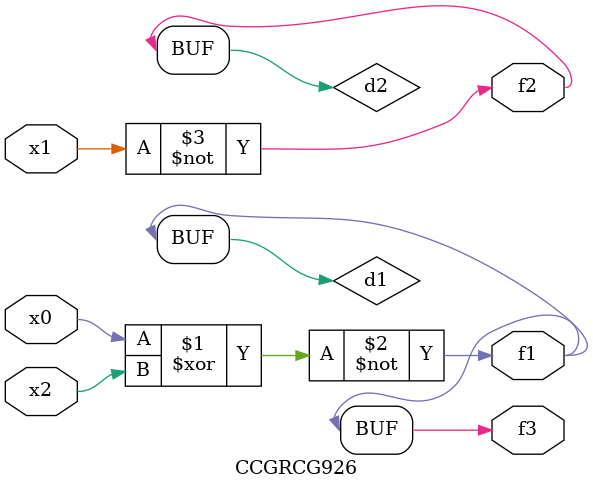
<source format=v>
module CCGRCG926(
	input x0, x1, x2,
	output f1, f2, f3
);

	wire d1, d2, d3;

	xnor (d1, x0, x2);
	nand (d2, x1);
	nor (d3, x1, x2);
	assign f1 = d1;
	assign f2 = d2;
	assign f3 = d1;
endmodule

</source>
